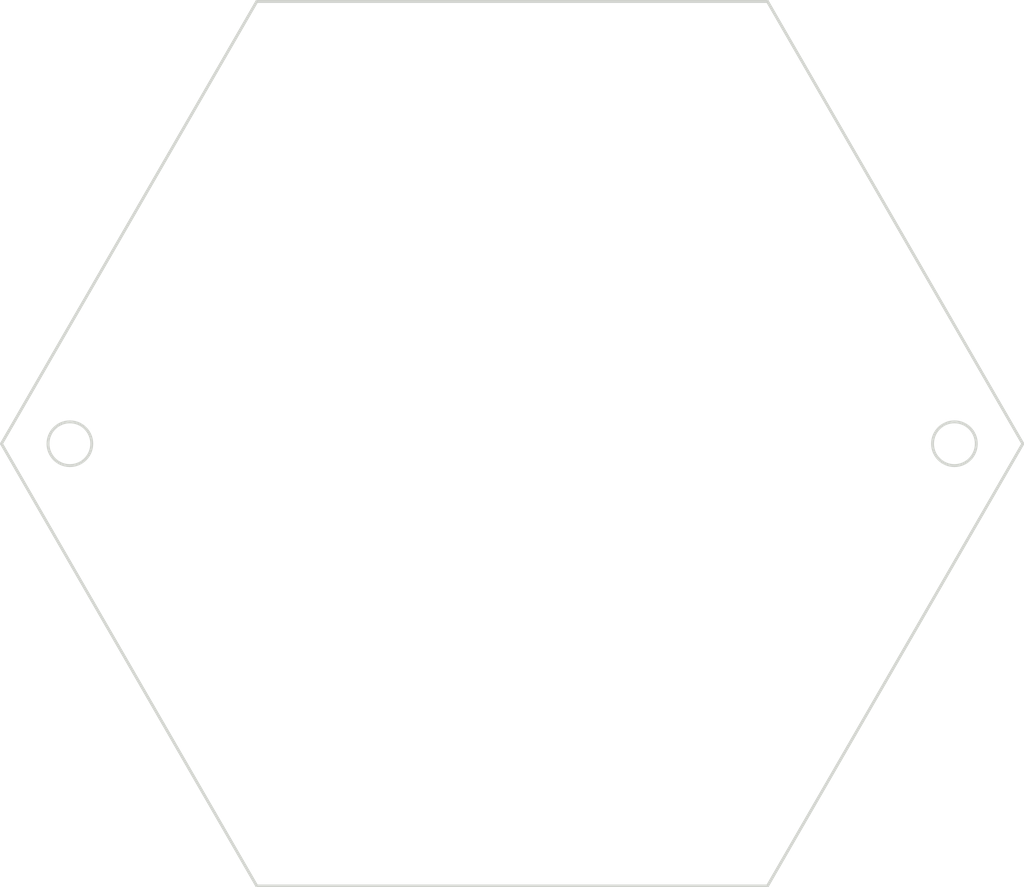
<source format=kicad_pcb>
(kicad_pcb (version 20171130) (host pcbnew "(5.1.9)-1")

  (general
    (thickness 1.6)
    (drawings 9)
    (tracks 0)
    (zones 0)
    (modules 0)
    (nets 1)
  )

  (page A4)
  (layers
    (0 F.Cu signal)
    (31 B.Cu signal)
    (32 B.Adhes user)
    (33 F.Adhes user)
    (34 B.Paste user)
    (35 F.Paste user)
    (36 B.SilkS user)
    (37 F.SilkS user)
    (38 B.Mask user)
    (39 F.Mask user)
    (40 Dwgs.User user)
    (41 Cmts.User user)
    (42 Eco1.User user hide)
    (43 Eco2.User user)
    (44 Edge.Cuts user)
    (45 Margin user)
    (46 B.CrtYd user)
    (47 F.CrtYd user)
    (48 B.Fab user)
    (49 F.Fab user)
  )

  (setup
    (last_trace_width 0.25)
    (trace_clearance 0.2)
    (zone_clearance 0.508)
    (zone_45_only no)
    (trace_min 0.2)
    (via_size 0.8)
    (via_drill 0.4)
    (via_min_size 0.4)
    (via_min_drill 0.3)
    (uvia_size 0.3)
    (uvia_drill 0.1)
    (uvias_allowed no)
    (uvia_min_size 0.2)
    (uvia_min_drill 0.1)
    (edge_width 0.05)
    (segment_width 0.2)
    (pcb_text_width 0.3)
    (pcb_text_size 1.5 1.5)
    (mod_edge_width 0.12)
    (mod_text_size 1 1)
    (mod_text_width 0.15)
    (pad_size 2.2 2.2)
    (pad_drill 1.2)
    (pad_to_mask_clearance 0.051)
    (solder_mask_min_width 0.25)
    (aux_axis_origin 150.1 140.1)
    (grid_origin 150.1 140.1)
    (visible_elements 7FFFFFFF)
    (pcbplotparams
      (layerselection 0x090fc_ffffffff)
      (usegerberextensions true)
      (usegerberattributes false)
      (usegerberadvancedattributes false)
      (creategerberjobfile false)
      (excludeedgelayer true)
      (linewidth 0.100000)
      (plotframeref false)
      (viasonmask false)
      (mode 1)
      (useauxorigin false)
      (hpglpennumber 1)
      (hpglpenspeed 20)
      (hpglpendiameter 15.000000)
      (psnegative false)
      (psa4output false)
      (plotreference true)
      (plotvalue true)
      (plotinvisibletext false)
      (padsonsilk false)
      (subtractmaskfromsilk true)
      (outputformat 1)
      (mirror false)
      (drillshape 0)
      (scaleselection 1)
      (outputdirectory "C:/Users/YUUTA ISHII/Desktop/HS-TARGET001/"))
  )

  (net 0 "")

  (net_class Default "これはデフォルトのネット クラスです。"
    (clearance 0.2)
    (trace_width 0.25)
    (via_dia 0.8)
    (via_drill 0.4)
    (uvia_dia 0.3)
    (uvia_drill 0.1)
  )

  (gr_line (start 142.7 130.3) (end 160.2 99.989111) (layer Edge.Cuts) (width 0.2))
  (gr_line (start 160.2 99.989111) (end 142.7 69.678222) (layer Edge.Cuts) (width 0.2))
  (gr_line (start 142.7 69.678222) (end 107.7 69.678222) (layer Edge.Cuts) (width 0.2))
  (gr_line (start 107.7 69.678222) (end 90.2 99.989111) (layer Edge.Cuts) (width 0.2))
  (gr_line (start 90.2 99.989111) (end 107.7 130.3) (layer Edge.Cuts) (width 0.2))
  (gr_circle (center 155.510889 99.989111) (end 157.010889 99.989111) (layer Edge.Cuts) (width 0.2))
  (gr_circle (center 94.889111 99.989111) (end 96.389111 99.989111) (layer Edge.Cuts) (width 0.2))
  (gr_line (start 107.7 130.3) (end 142.7 130.3) (layer Edge.Cuts) (width 0.2))
  (gr_line (start 200.2 40.2) (end 200.1 150.3) (layer Eco1.User) (width 0.15))

)

</source>
